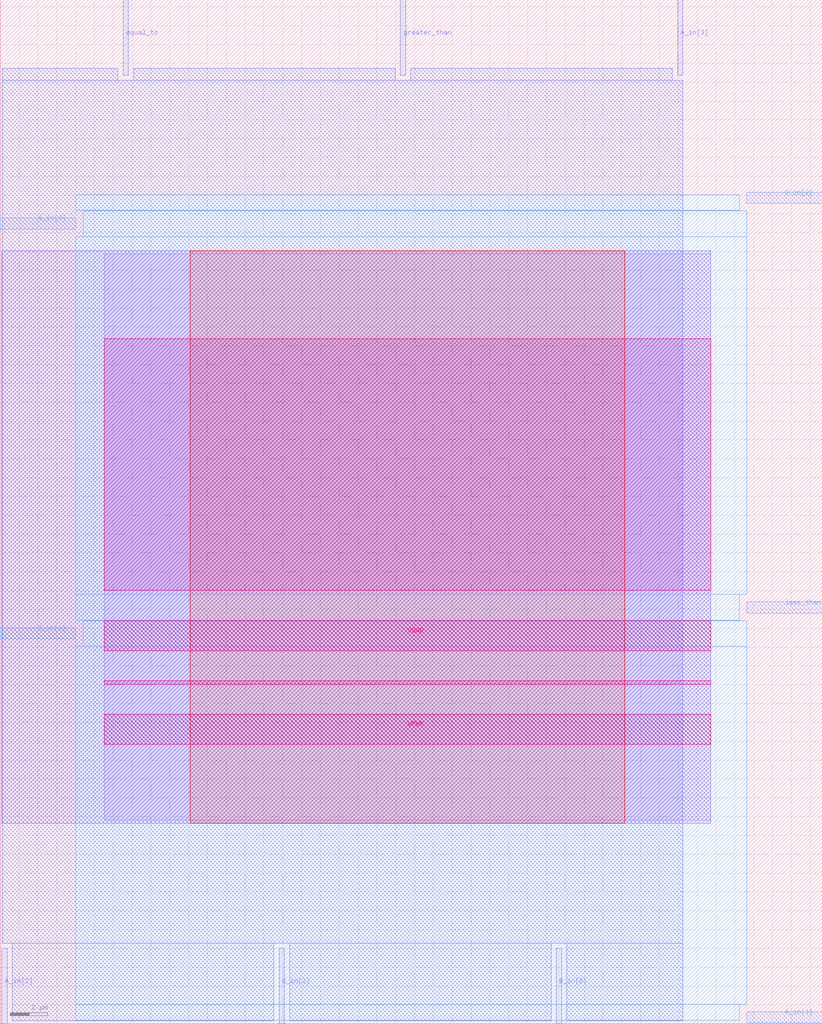
<source format=lef>
VERSION 5.7 ;
  NOWIREEXTENSIONATPIN ON ;
  DIVIDERCHAR "/" ;
  BUSBITCHARS "[]" ;
MACRO dvsd_cmp
  CLASS BLOCK ;
  FOREIGN dvsd_cmp ;
  ORIGIN 0.000 0.000 ;
  SIZE 43.650 BY 54.370 ;
  PIN A_in[0]
    DIRECTION INPUT ;
    USE SIGNAL ;
    PORT
      LAYER met3 ;
        RECT 0.000 42.200 4.000 42.800 ;
    END
  END A_in[0]
  PIN A_in[1]
    DIRECTION INPUT ;
    USE SIGNAL ;
    PORT
      LAYER met3 ;
        RECT 39.650 0.040 43.650 0.640 ;
    END
  END A_in[1]
  PIN A_in[2]
    DIRECTION INPUT ;
    USE SIGNAL ;
    PORT
      LAYER met2 ;
        RECT 0.090 0.000 0.370 4.000 ;
    END
  END A_in[2]
  PIN A_in[3]
    DIRECTION INPUT ;
    USE SIGNAL ;
    PORT
      LAYER met2 ;
        RECT 35.970 50.370 36.250 54.370 ;
    END
  END A_in[3]
  PIN B_in[0]
    DIRECTION INPUT ;
    USE SIGNAL ;
    PORT
      LAYER met2 ;
        RECT 29.530 0.000 29.810 4.000 ;
    END
  END B_in[0]
  PIN B_in[1]
    DIRECTION INPUT ;
    USE SIGNAL ;
    PORT
      LAYER met3 ;
        RECT 0.000 20.440 4.000 21.040 ;
    END
  END B_in[1]
  PIN B_in[2]
    DIRECTION INPUT ;
    USE SIGNAL ;
    PORT
      LAYER met3 ;
        RECT 39.650 43.560 43.650 44.160 ;
    END
  END B_in[2]
  PIN B_in[3]
    DIRECTION INPUT ;
    USE SIGNAL ;
    PORT
      LAYER met2 ;
        RECT 14.810 0.000 15.090 4.000 ;
    END
  END B_in[3]
  PIN VGND
    DIRECTION INPUT ;
    USE GROUND ;
    PORT
      LAYER met5 ;
        RECT 5.520 19.810 37.720 21.410 ;
    END
  END VGND
  PIN VPWR
    DIRECTION INPUT ;
    USE POWER ;
    PORT
      LAYER met5 ;
        RECT 5.520 14.830 37.720 16.430 ;
    END
  END VPWR
  PIN equal_to
    DIRECTION OUTPUT TRISTATE ;
    USE SIGNAL ;
    PORT
      LAYER met2 ;
        RECT 6.530 50.370 6.810 54.370 ;
    END
  END equal_to
  PIN greater_than
    DIRECTION OUTPUT TRISTATE ;
    USE SIGNAL ;
    PORT
      LAYER met2 ;
        RECT 21.250 50.370 21.530 54.370 ;
    END
  END greater_than
  PIN less_than
    DIRECTION OUTPUT TRISTATE ;
    USE SIGNAL ;
    PORT
      LAYER met3 ;
        RECT 39.650 21.800 43.650 22.400 ;
    END
  END less_than
  OBS
      LAYER li1 ;
        RECT 5.520 10.795 37.720 40.885 ;
      LAYER met1 ;
        RECT 0.070 10.640 37.720 41.040 ;
      LAYER met2 ;
        RECT 0.100 50.090 6.250 50.730 ;
        RECT 7.090 50.090 20.970 50.730 ;
        RECT 21.810 50.090 35.690 50.730 ;
        RECT 0.100 4.280 36.240 50.090 ;
        RECT 0.650 0.155 14.530 4.280 ;
        RECT 15.370 0.155 29.250 4.280 ;
        RECT 30.090 0.155 36.240 4.280 ;
      LAYER met3 ;
        RECT 4.000 43.200 39.250 44.025 ;
        RECT 4.400 43.160 39.250 43.200 ;
        RECT 4.400 41.800 39.650 43.160 ;
        RECT 4.000 22.800 39.650 41.800 ;
        RECT 4.000 21.440 39.250 22.800 ;
        RECT 4.400 21.400 39.250 21.440 ;
        RECT 4.400 20.040 39.650 21.400 ;
        RECT 4.000 1.040 39.650 20.040 ;
        RECT 4.000 0.175 39.250 1.040 ;
      LAYER met4 ;
        RECT 10.085 10.640 33.150 41.040 ;
      LAYER met5 ;
        RECT 5.520 23.010 37.720 36.370 ;
        RECT 5.520 18.030 37.720 18.210 ;
  END
END dvsd_cmp
END LIBRARY


</source>
